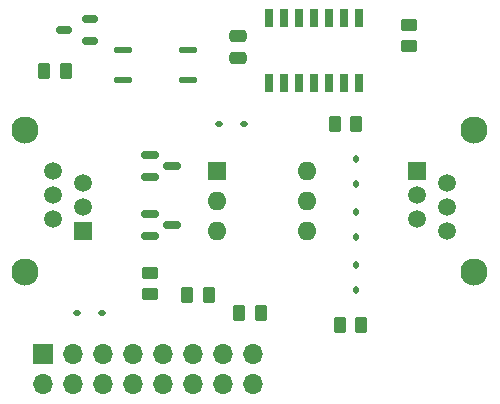
<source format=gbr>
%TF.GenerationSoftware,KiCad,Pcbnew,8.0.1*%
%TF.CreationDate,2024-06-07T19:57:47+02:00*%
%TF.ProjectId,needforheat-p1-base-hardware,6e656564-666f-4726-9865-61742d70312d,rev?*%
%TF.SameCoordinates,Original*%
%TF.FileFunction,Soldermask,Top*%
%TF.FilePolarity,Negative*%
%FSLAX46Y46*%
G04 Gerber Fmt 4.6, Leading zero omitted, Abs format (unit mm)*
G04 Created by KiCad (PCBNEW 8.0.1) date 2024-06-07 19:57:47*
%MOMM*%
%LPD*%
G01*
G04 APERTURE LIST*
G04 Aperture macros list*
%AMRoundRect*
0 Rectangle with rounded corners*
0 $1 Rounding radius*
0 $2 $3 $4 $5 $6 $7 $8 $9 X,Y pos of 4 corners*
0 Add a 4 corners polygon primitive as box body*
4,1,4,$2,$3,$4,$5,$6,$7,$8,$9,$2,$3,0*
0 Add four circle primitives for the rounded corners*
1,1,$1+$1,$2,$3*
1,1,$1+$1,$4,$5*
1,1,$1+$1,$6,$7*
1,1,$1+$1,$8,$9*
0 Add four rect primitives between the rounded corners*
20,1,$1+$1,$2,$3,$4,$5,0*
20,1,$1+$1,$4,$5,$6,$7,0*
20,1,$1+$1,$6,$7,$8,$9,0*
20,1,$1+$1,$8,$9,$2,$3,0*%
G04 Aperture macros list end*
%ADD10RoundRect,0.250000X0.262500X0.450000X-0.262500X0.450000X-0.262500X-0.450000X0.262500X-0.450000X0*%
%ADD11R,0.700000X1.550000*%
%ADD12C,2.300000*%
%ADD13R,1.520000X1.520000*%
%ADD14C,1.520000*%
%ADD15RoundRect,0.112500X-0.187500X-0.112500X0.187500X-0.112500X0.187500X0.112500X-0.187500X0.112500X0*%
%ADD16RoundRect,0.250000X-0.475000X0.250000X-0.475000X-0.250000X0.475000X-0.250000X0.475000X0.250000X0*%
%ADD17RoundRect,0.137500X0.587500X0.137500X-0.587500X0.137500X-0.587500X-0.137500X0.587500X-0.137500X0*%
%ADD18RoundRect,0.150000X-0.587500X-0.150000X0.587500X-0.150000X0.587500X0.150000X-0.587500X0.150000X0*%
%ADD19RoundRect,0.250000X-0.450000X0.262500X-0.450000X-0.262500X0.450000X-0.262500X0.450000X0.262500X0*%
%ADD20RoundRect,0.112500X0.187500X0.112500X-0.187500X0.112500X-0.187500X-0.112500X0.187500X-0.112500X0*%
%ADD21RoundRect,0.250000X-0.262500X-0.450000X0.262500X-0.450000X0.262500X0.450000X-0.262500X0.450000X0*%
%ADD22R,1.600000X1.600000*%
%ADD23O,1.600000X1.600000*%
%ADD24RoundRect,0.112500X-0.112500X0.187500X-0.112500X-0.187500X0.112500X-0.187500X0.112500X0.187500X0*%
%ADD25RoundRect,0.150000X0.512500X0.150000X-0.512500X0.150000X-0.512500X-0.150000X0.512500X-0.150000X0*%
%ADD26O,1.700000X1.700000*%
%ADD27R,1.700000X1.700000*%
G04 APERTURE END LIST*
D10*
%TO.C,R1*%
X102912500Y-76500000D03*
X101087500Y-76500000D03*
%TD*%
D11*
%TO.C,IC1*%
X103650000Y-57000000D03*
X104920000Y-57000000D03*
X106190000Y-57000000D03*
X107460000Y-57000000D03*
X108730000Y-57000000D03*
X110000000Y-57000000D03*
X111270000Y-57000000D03*
X111270000Y-51550000D03*
X110000000Y-51550000D03*
X108730000Y-51550000D03*
X107460000Y-51550000D03*
X106190000Y-51550000D03*
X104920000Y-51550000D03*
X103650000Y-51550000D03*
%TD*%
D12*
%TO.C,J3*%
X83000000Y-61000000D03*
X83000000Y-73000000D03*
D13*
X87840000Y-69550000D03*
D14*
X85300000Y-68530000D03*
X87840000Y-67510000D03*
X85300000Y-66490000D03*
X87840000Y-65470000D03*
X85300000Y-64450000D03*
%TD*%
D15*
%TO.C,D5*%
X99400000Y-60500000D03*
X101500000Y-60500000D03*
%TD*%
D10*
%TO.C,R7*%
X86412500Y-56000000D03*
X84587500Y-56000000D03*
%TD*%
D16*
%TO.C,C1*%
X101000000Y-53050000D03*
X101000000Y-54950000D03*
%TD*%
D17*
%TO.C,U1*%
X96750000Y-56770000D03*
X96750000Y-54230000D03*
X91250000Y-54230000D03*
X91250000Y-56770000D03*
%TD*%
D18*
%TO.C,Q1*%
X93500000Y-63100000D03*
X93500000Y-65000000D03*
X95375000Y-64050000D03*
%TD*%
D19*
%TO.C,R3*%
X93500000Y-73087500D03*
X93500000Y-74912500D03*
%TD*%
D12*
%TO.C,J2*%
X121000000Y-73000000D03*
X121000000Y-61000000D03*
D13*
X116160000Y-64450000D03*
D14*
X118700000Y-65470000D03*
X116160000Y-66490000D03*
X118700000Y-67510000D03*
X116160000Y-68530000D03*
X118700000Y-69550000D03*
%TD*%
D20*
%TO.C,D4*%
X89500000Y-76500000D03*
X87400000Y-76500000D03*
%TD*%
D18*
%TO.C,Q2*%
X93500000Y-68100000D03*
X93500000Y-70000000D03*
X95375000Y-69050000D03*
%TD*%
D19*
%TO.C,R5*%
X115500000Y-52087500D03*
X115500000Y-53912500D03*
%TD*%
D21*
%TO.C,R4*%
X96675000Y-75000000D03*
X98500000Y-75000000D03*
%TD*%
D22*
%TO.C,SW1*%
X99200000Y-64450000D03*
D23*
X99200000Y-66990000D03*
X99200000Y-69530000D03*
X106820000Y-69530000D03*
X106820000Y-66990000D03*
X106820000Y-64450000D03*
%TD*%
D24*
%TO.C,D1*%
X111000000Y-63450000D03*
X111000000Y-65550000D03*
%TD*%
%TO.C,D2*%
X111000000Y-67950000D03*
X111000000Y-70050000D03*
%TD*%
D25*
%TO.C,Q3*%
X88500000Y-53500000D03*
X88500000Y-51600000D03*
X86225000Y-52550000D03*
%TD*%
D24*
%TO.C,D3*%
X111000000Y-72450000D03*
X111000000Y-74550000D03*
%TD*%
D10*
%TO.C,R6*%
X111412500Y-77500000D03*
X109587500Y-77500000D03*
%TD*%
D21*
%TO.C,R2*%
X109175000Y-60500000D03*
X111000000Y-60500000D03*
%TD*%
D26*
%TO.C,J1*%
X89580000Y-80000000D03*
X87040000Y-82540000D03*
X87040000Y-80000000D03*
D27*
X84500000Y-80000000D03*
D26*
X92120000Y-82540000D03*
X92120000Y-80000000D03*
X97200000Y-82540000D03*
X94660000Y-82540000D03*
X94660000Y-80000000D03*
X102280000Y-82540000D03*
X102280000Y-80000000D03*
X99740000Y-80000000D03*
X99740000Y-82540000D03*
X97200000Y-80000000D03*
X84500000Y-82540000D03*
X89580000Y-82540000D03*
%TD*%
M02*

</source>
